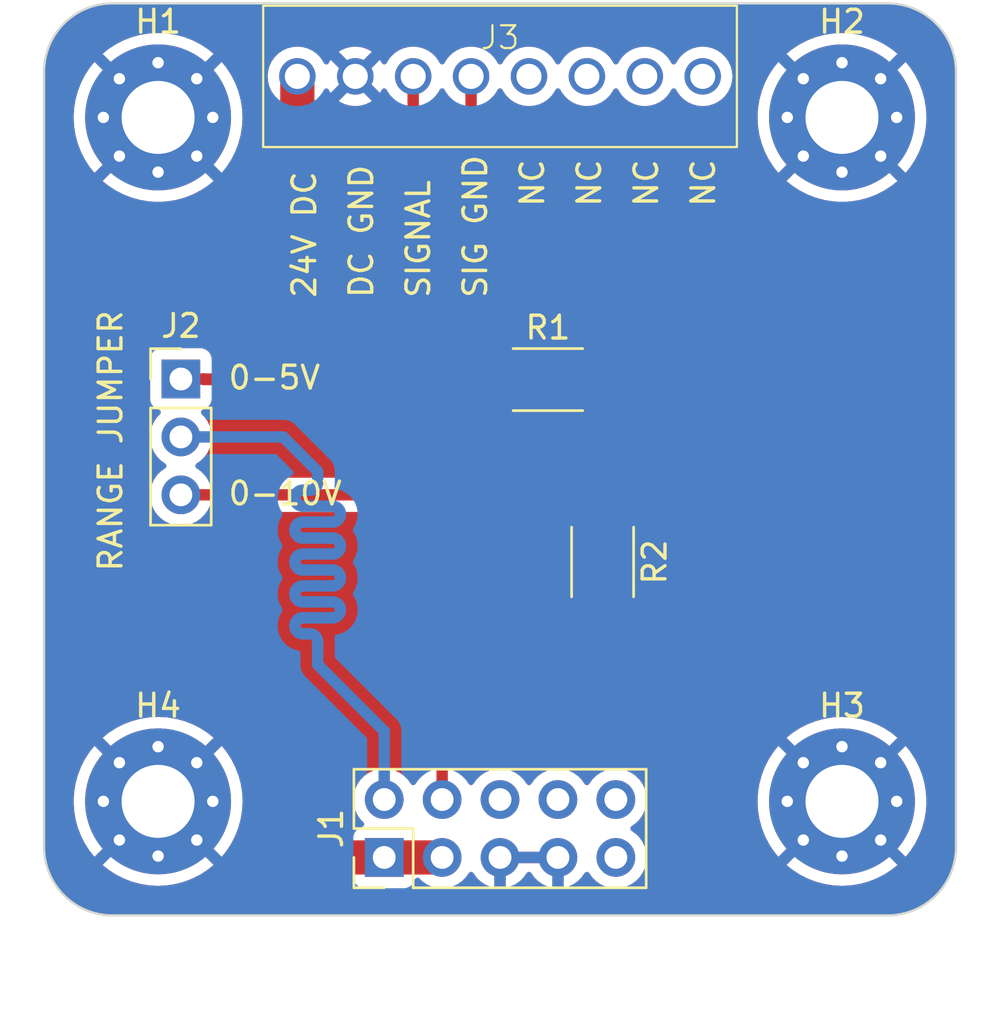
<source format=kicad_pcb>
(kicad_pcb (version 20221018) (generator pcbnew)
  (layers (0 "F.Cu" signal) (31 "B.Cu" signal) (34 "B.Paste" user) (35 "F.Paste" user) (36 "B.SilkS" user "B.Silkscreen") (37 "F.SilkS" user "F.Silkscreen") (38 "B.Mask" user) (39 "F.Mask" user) (44 "Edge.Cuts" user))
  (net 0 "")
  (net 1 "24VDC_GND")
  (net 2 "24VDC_HOT")
  (net 3 "arduinoGND")
  (net 4 "arduinoSignal")
  (net 9 "gaugeSignal_raw")
  (net 10 "gaugeSignal_divided")
  (footprint "MountingHole:MountingHole_3.2mm_M3_Pad_Via" (layer "F.Cu") (at 35 35)
    (fp_text reference "H3" (at 0 -4.2) (layer "F.SilkS"))
    (fp_text value "MountingHole_Pad")
    (pad "1" thru_hole circle (at -2.4 0) (size 0.8 0.8) (drill 0.5) (layers "*.Cu" "*.Mask") (net 1 "24VDC_GND"))
    (pad "1" thru_hole circle (at -1.697056 -1.697056) (size 0.8 0.8) (drill 0.5) (layers "*.Cu" "*.Mask") (net 1 "24VDC_GND"))
    (pad "1" thru_hole circle (at -1.697056 1.697056) (size 0.8 0.8) (drill 0.5) (layers "*.Cu" "*.Mask") (net 1 "24VDC_GND"))
    (pad "1" thru_hole circle (at 0 -2.4) (size 0.8 0.8) (drill 0.5) (layers "*.Cu" "*.Mask") (net 1 "24VDC_GND"))
    (pad "1" thru_hole circle (at 0 0) (size 6.4 6.4) (drill 3.2) (layers "*.Cu" "*.Mask") (net 1 "24VDC_GND"))
    (pad "1" thru_hole circle (at 0 2.4) (size 0.8 0.8) (drill 0.5) (layers "*.Cu" "*.Mask") (net 1 "24VDC_GND"))
    (pad "1" thru_hole circle (at 1.697056 -1.697056) (size 0.8 0.8) (drill 0.5) (layers "*.Cu" "*.Mask") (net 1 "24VDC_GND"))
    (pad "1" thru_hole circle (at 1.697056 1.697056) (size 0.8 0.8) (drill 0.5) (layers "*.Cu" "*.Mask") (net 1 "24VDC_GND"))
    (pad "1" thru_hole circle (at 2.4 0) (size 0.8 0.8) (drill 0.5) (layers "*.Cu" "*.Mask") (net 1 "24VDC_GND"))
  )
  (footprint "MountingHole:MountingHole_3.2mm_M3_Pad_Via" (layer "F.Cu") (at 5 35)
    (fp_text reference "H4" (at 0 -4.2) (layer "F.SilkS"))
    (fp_text value "MountingHole_Pad")
    (pad "1" thru_hole circle (at -2.4 0) (size 0.8 0.8) (drill 0.5) (layers "*.Cu" "*.Mask") (net 1 "24VDC_GND"))
    (pad "1" thru_hole circle (at -1.697056 -1.697056) (size 0.8 0.8) (drill 0.5) (layers "*.Cu" "*.Mask") (net 1 "24VDC_GND"))
    (pad "1" thru_hole circle (at -1.697056 1.697056) (size 0.8 0.8) (drill 0.5) (layers "*.Cu" "*.Mask") (net 1 "24VDC_GND"))
    (pad "1" thru_hole circle (at 0 -2.4) (size 0.8 0.8) (drill 0.5) (layers "*.Cu" "*.Mask") (net 1 "24VDC_GND"))
    (pad "1" thru_hole circle (at 0 0) (size 6.4 6.4) (drill 3.2) (layers "*.Cu" "*.Mask") (net 1 "24VDC_GND"))
    (pad "1" thru_hole circle (at 0 2.4) (size 0.8 0.8) (drill 0.5) (layers "*.Cu" "*.Mask") (net 1 "24VDC_GND"))
    (pad "1" thru_hole circle (at 1.697056 -1.697056) (size 0.8 0.8) (drill 0.5) (layers "*.Cu" "*.Mask") (net 1 "24VDC_GND"))
    (pad "1" thru_hole circle (at 1.697056 1.697056) (size 0.8 0.8) (drill 0.5) (layers "*.Cu" "*.Mask") (net 1 "24VDC_GND"))
    (pad "1" thru_hole circle (at 2.4 0) (size 0.8 0.8) (drill 0.5) (layers "*.Cu" "*.Mask") (net 1 "24VDC_GND"))
  )
  (footprint "MountingHole:MountingHole_3.2mm_M3_Pad_Via" (layer "F.Cu") (at 5 5)
    (fp_text reference "H1" (at 0 -4.2) (layer "F.SilkS"))
    (fp_text value "MountingHole_Pad")
    (pad "1" thru_hole circle (at -2.4 0) (size 0.8 0.8) (drill 0.5) (layers "*.Cu" "*.Mask") (net 1 "24VDC_GND"))
    (pad "1" thru_hole circle (at -1.697056 -1.697056) (size 0.8 0.8) (drill 0.5) (layers "*.Cu" "*.Mask") (net 1 "24VDC_GND"))
    (pad "1" thru_hole circle (at -1.697056 1.697056) (size 0.8 0.8) (drill 0.5) (layers "*.Cu" "*.Mask") (net 1 "24VDC_GND"))
    (pad "1" thru_hole circle (at 0 -2.4) (size 0.8 0.8) (drill 0.5) (layers "*.Cu" "*.Mask") (net 1 "24VDC_GND"))
    (pad "1" thru_hole circle (at 0 0) (size 6.4 6.4) (drill 3.2) (layers "*.Cu" "*.Mask") (net 1 "24VDC_GND"))
    (pad "1" thru_hole circle (at 0 2.4) (size 0.8 0.8) (drill 0.5) (layers "*.Cu" "*.Mask") (net 1 "24VDC_GND"))
    (pad "1" thru_hole circle (at 1.697056 -1.697056) (size 0.8 0.8) (drill 0.5) (layers "*.Cu" "*.Mask") (net 1 "24VDC_GND"))
    (pad "1" thru_hole circle (at 1.697056 1.697056) (size 0.8 0.8) (drill 0.5) (layers "*.Cu" "*.Mask") (net 1 "24VDC_GND"))
    (pad "1" thru_hole circle (at 2.4 0) (size 0.8 0.8) (drill 0.5) (layers "*.Cu" "*.Mask") (net 1 "24VDC_GND"))
  )
  (footprint "Connector_PinHeader_2.54mm:PinHeader_1x03_P2.54mm_Vertical" (layer "F.Cu") (at 6 16.475)
    (fp_text reference "J2" (at 0 -2.33) (layer "F.SilkS"))
    (fp_text value "Conn_01x03")
    (fp_line (start -1.33 -1.33) (end 0 -1.33) (stroke (width 0.12)) (layer "F.SilkS"))
    (fp_line (start -1.33 0) (end -1.33 -1.33) (stroke (width 0.12)) (layer "F.SilkS"))
    (fp_line (start -1.33 1.27) (end -1.33 6.41) (stroke (width 0.12)) (layer "F.SilkS"))
    (fp_line (start -1.33 1.27) (end 1.33 1.27) (stroke (width 0.12)) (layer "F.SilkS"))
    (fp_line (start -1.33 6.41) (end 1.33 6.41) (stroke (width 0.12)) (layer "F.SilkS"))
    (fp_line (start 1.33 1.27) (end 1.33 6.41) (stroke (width 0.12)) (layer "F.SilkS"))
    (pad "1" thru_hole rect (at 0 0) (size 1.7 1.7) (drill 1) (layers "*.Cu" "*.Mask") (net 9 "gaugeSignal_raw"))
    (pad "2" thru_hole oval (at 0 2.54) (size 1.7 1.7) (drill 1) (layers "*.Cu" "*.Mask") (net 4 "arduinoSignal"))
    (pad "3" thru_hole oval (at 0 5.08) (size 1.7 1.7) (drill 1) (layers "*.Cu" "*.Mask") (net 10 "gaugeSignal_divided"))
  )
  (footprint "customFootprints:phoenixContact_MPT_05_254-8way" (layer "F.Cu") (at 9.61 0.1)
    (fp_text reference "J3" (at 10.39 1.4 unlocked) (layer "F.SilkS") (effects (font (thickness 0.1))))
    (fp_text value "Conn_01x08")
    (fp_rect (start 0 0) (end 20.78 6.2) (stroke (width 0.1)) (fill none) (layer "F.SilkS"))
    (pad "1" thru_hole circle (at 1.5 3.1) (size 1.6 1.6) (drill 1.1) (layers "*.Cu" "*.Mask") (net 2 "24VDC_HOT"))
    (pad "2" thru_hole circle (at 4.04 3.1) (size 1.6 1.6) (drill 1.1) (layers "*.Cu" "*.Mask") (net 1 "24VDC_GND"))
    (pad "3" thru_hole circle (at 6.58 3.1) (size 1.6 1.6) (drill 1.1) (layers "*.Cu" "*.Mask") (net 9 "gaugeSignal_raw"))
    (pad "4" thru_hole circle (at 9.12 3.1) (size 1.6 1.6) (drill 1.1) (layers "*.Cu" "*.Mask") (net 3 "arduinoGND"))
    (pad "5" thru_hole circle (at 11.66 3.1) (size 1.6 1.6) (drill 1.1) (layers "*.Cu" "*.Mask"))
    (pad "6" thru_hole circle (at 14.2 3.1) (size 1.6 1.6) (drill 1.1) (layers "*.Cu" "*.Mask"))
    (pad "7" thru_hole circle (at 16.74 3.1) (size 1.6 1.6) (drill 1.1) (layers "*.Cu" "*.Mask"))
    (pad "8" thru_hole circle (at 19.28 3.1) (size 1.6 1.6) (drill 1.1) (layers "*.Cu" "*.Mask"))
  )
  (footprint "MountingHole:MountingHole_3.2mm_M3_Pad_Via" (layer "F.Cu") (at 35 5)
    (fp_text reference "H2" (at 0 -4.2) (layer "F.SilkS"))
    (fp_text value "MountingHole_Pad")
    (pad "1" thru_hole circle (at -2.4 0) (size 0.8 0.8) (drill 0.5) (layers "*.Cu" "*.Mask") (net 1 "24VDC_GND"))
    (pad "1" thru_hole circle (at -1.697056 -1.697056) (size 0.8 0.8) (drill 0.5) (layers "*.Cu" "*.Mask") (net 1 "24VDC_GND"))
    (pad "1" thru_hole circle (at -1.697056 1.697056) (size 0.8 0.8) (drill 0.5) (layers "*.Cu" "*.Mask") (net 1 "24VDC_GND"))
    (pad "1" thru_hole circle (at 0 -2.4) (size 0.8 0.8) (drill 0.5) (layers "*.Cu" "*.Mask") (net 1 "24VDC_GND"))
    (pad "1" thru_hole circle (at 0 0) (size 6.4 6.4) (drill 3.2) (layers "*.Cu" "*.Mask") (net 1 "24VDC_GND"))
    (pad "1" thru_hole circle (at 0 2.4) (size 0.8 0.8) (drill 0.5) (layers "*.Cu" "*.Mask") (net 1 "24VDC_GND"))
    (pad "1" thru_hole circle (at 1.697056 -1.697056) (size 0.8 0.8) (drill 0.5) (layers "*.Cu" "*.Mask") (net 1 "24VDC_GND"))
    (pad "1" thru_hole circle (at 1.697056 1.697056) (size 0.8 0.8) (drill 0.5) (layers "*.Cu" "*.Mask") (net 1 "24VDC_GND"))
    (pad "1" thru_hole circle (at 2.4 0) (size 0.8 0.8) (drill 0.5) (layers "*.Cu" "*.Mask") (net 1 "24VDC_GND"))
  )
  (footprint "Connector_PinHeader_2.54mm:PinHeader_2x05_P2.54mm_Vertical" (layer "F.Cu") (at 14.92 37.46 90)
    (fp_text reference "J1" (at 1.27 -2.33 90) (layer "F.SilkS"))
    (fp_text value "Conn_02x05_Odd_Even")
    (fp_line (start -1.33 -1.33) (end 0 -1.33) (stroke (width 0.12)) (layer "F.SilkS"))
    (fp_line (start -1.33 0) (end -1.33 -1.33) (stroke (width 0.12)) (layer "F.SilkS"))
    (fp_line (start -1.33 1.27) (end -1.33 11.49) (stroke (width 0.12)) (layer "F.SilkS"))
    (fp_line (start -1.33 1.27) (end 1.27 1.27) (stroke (width 0.12)) (layer "F.SilkS"))
    (fp_line (start -1.33 11.49) (end 3.87 11.49) (stroke (width 0.12)) (layer "F.SilkS"))
    (fp_line (start 1.27 -1.33) (end 3.87 -1.33) (stroke (width 0.12)) (layer "F.SilkS"))
    (fp_line (start 1.27 1.27) (end 1.27 -1.33) (stroke (width 0.12)) (layer "F.SilkS"))
    (fp_line (start 3.87 -1.33) (end 3.87 11.49) (stroke (width 0.12)) (layer "F.SilkS"))
    (pad "1" thru_hole rect (at 0 0 90) (size 1.7 1.7) (drill 1) (layers "*.Cu" "*.Mask") (net 2 "24VDC_HOT"))
    (pad "2" thru_hole oval (at 2.54 0 90) (size 1.7 1.7) (drill 1) (layers "*.Cu" "*.Mask") (net 4 "arduinoSignal"))
    (pad "3" thru_hole oval (at 0 2.54 90) (size 1.7 1.7) (drill 1) (layers "*.Cu" "*.Mask") (net 2 "24VDC_HOT"))
    (pad "4" thru_hole oval (at 2.54 2.54 90) (size 1.7 1.7) (drill 1) (layers "*.Cu" "*.Mask") (net 3 "arduinoGND"))
    (pad "5" thru_hole oval (at 0 5.08 90) (size 1.7 1.7) (drill 1) (layers "*.Cu" "*.Mask") (net 1 "24VDC_GND"))
    (pad "6" thru_hole oval (at 2.54 5.08 90) (size 1.7 1.7) (drill 1) (layers "*.Cu" "*.Mask"))
    (pad "7" thru_hole oval (at 0 7.62 90) (size 1.7 1.7) (drill 1) (layers "*.Cu" "*.Mask") (net 1 "24VDC_GND"))
    (pad "8" thru_hole oval (at 2.54 7.62 90) (size 1.7 1.7) (drill 1) (layers "*.Cu" "*.Mask"))
    (pad "9" thru_hole oval (at 0 10.16 90) (size 1.7 1.7) (drill 1) (layers "*.Cu" "*.Mask"))
    (pad "10" thru_hole oval (at 2.54 10.16 90) (size 1.7 1.7) (drill 1) (layers "*.Cu" "*.Mask"))
  )
  (footprint "Resistor_SMD:R_2010_5025Metric_Pad1.40x2.65mm_HandSolder" (layer "F.Cu") (at 24.5 24.5 -90)
    (fp_text reference "R2" (at 0 -2.28 90) (layer "F.SilkS"))
    (fp_text value "R")
    (fp_line (start -1.527064 -1.36) (end 1.527064 -1.36) (stroke (width 0.12)) (layer "F.SilkS"))
    (fp_line (start -1.527064 1.36) (end 1.527064 1.36) (stroke (width 0.12)) (layer "F.SilkS"))
    (pad "1" smd roundrect (at -2.4 0 270) (size 1.4 2.65) (layers "F.Cu" "F.Paste" "F.Mask") (roundrect_rratio 0.1785707143) (net 10 "gaugeSignal_divided"))
    (pad "2" smd roundrect (at 2.4 0 270) (size 1.4 2.65) (layers "F.Cu" "F.Paste" "F.Mask") (roundrect_rratio 0.1785707143) (net 3 "arduinoGND"))
  )
  (footprint "Resistor_SMD:R_2010_5025Metric_Pad1.40x2.65mm_HandSolder" (layer "F.Cu") (at 22.1 16.5)
    (fp_text reference "R1" (at 0 -2.28) (layer "F.SilkS"))
    (fp_text value "R")
    (fp_line (start -1.527064 -1.36) (end 1.527064 -1.36) (stroke (width 0.12)) (layer "F.SilkS"))
    (fp_line (start -1.527064 1.36) (end 1.527064 1.36) (stroke (width 0.12)) (layer "F.SilkS"))
    (pad "1" smd roundrect (at -2.4 0) (size 1.4 2.65) (layers "F.Cu" "F.Paste" "F.Mask") (roundrect_rratio 0.1785707143) (net 9 "gaugeSignal_raw"))
    (pad "2" smd roundrect (at 2.4 0) (size 1.4 2.65) (layers "F.Cu" "F.Paste" "F.Mask") (roundrect_rratio 0.1785707143) (net 10 "gaugeSignal_divided"))
  )
  (gr_line (start 37 40) (end 3 40) (stroke (width 0.1)) (layer "Edge.Cuts"))
  (gr_arc (start 37 0) (mid 39.12132 0.87868) (end 40 3) (stroke (width 0.1)) (layer "Edge.Cuts"))
  (gr_line (start 3 0) (end 37 0) (stroke (width 0.1)) (layer "Edge.Cuts"))
  (gr_arc (start 0 3) (mid 0.87868 0.87868) (end 3 0) (stroke (width 0.1)) (layer "Edge.Cuts"))
  (gr_line (start 0 37) (end 0 3) (stroke (width 0.1)) (layer "Edge.Cuts"))
  (gr_arc (start 3 40) (mid 0.87868 39.12132) (end 0 37) (stroke (width 0.1)) (layer "Edge.Cuts"))
  (gr_arc (start 40 37) (mid 39.12132 39.12132) (end 37 40) (stroke (width 0.1)) (layer "Edge.Cuts"))
  (gr_line (start 40 3) (end 40 37) (stroke (width 0.1)) (layer "Edge.Cuts"))
  (gr_text "DC GND" (at 14.5 13 90) (layer "F.SilkS") (effects (font (size 1 1)) (justify left bottom)))
  (gr_text "SIG GND" (at 19.5 13 90) (layer "F.SilkS") (effects (font (size 1 1)) (justify left bottom)))
  (gr_text "NC" (at 24.5 9 90) (layer "F.SilkS") (effects (font (size 1 1)) (justify left bottom)))
  (gr_text "SIGNAL" (at 17 13 90) (layer "F.SilkS") (effects (font (size 1 1)) (justify left bottom)))
  (gr_text "NC" (at 29.5 9 90) (layer "F.SilkS") (effects (font (size 1 1)) (justify left bottom)))
  (gr_text "24V DC" (at 12 13 90) (layer "F.SilkS") (effects (font (size 1 1)) (justify left bottom)))
  (gr_text "0-10V" (at 8 22.08) (layer "F.SilkS") (effects (font (size 1 1)) (justify left bottom)))
  (gr_text "0-5V" (at 8 17) (layer "F.SilkS") (effects (font (size 1 1)) (justify left bottom)))
  (gr_text "NC" (at 27 9 90) (layer "F.SilkS") (effects (font (size 1 1)) (justify left bottom)))
  (gr_text "NC" (at 22 9 90) (layer "F.SilkS") (effects (font (size 1 1)) (justify left bottom)))
  (gr_text "RANGE JUMPER" (at 3.5 25 90) (layer "F.SilkS") (effects (font (size 1 1)) (justify left bottom)))
  (segment (start 14.92 37.46) (end 17.46 37.46) (width 1.5) (layer "F.Cu") (net 2))
  (segment (start 5.5 11.5) (end 8 11.5) (width 1.5) (layer "F.Cu") (net 2))
  (segment (start 2.5 14.5) (end 5.5 11.5) (width 1.5) (layer "F.Cu") (net 2))
  (segment (start 8 11.5) (end 11.11 8.39) (width 1.5) (layer "F.Cu") (net 2))
  (segment (start 14.92 37.46) (end 12.96 37.46) (width 1.5) (layer "F.Cu") (net 2))
  (segment (start 10 31.5) (end 2.5 24) (width 1.5) (layer "F.Cu") (net 2))
  (segment (start 10 34.5) (end 10 31.5) (width 1.5) (layer "F.Cu") (net 2))
  (segment (start 2.5 24) (end 2.5 14.5) (width 1.5) (layer "F.Cu") (net 2))
  (segment (start 12.96 37.46) (end 10 34.5) (width 1.5) (layer "F.Cu") (net 2))
  (segment (start 11.11 8.39) (end 11.11 3.2) (width 1.5) (layer "F.Cu") (net 2))
  (segment (start 20.5 13) (end 27 13) (width 0.5) (layer "F.Cu") (net 3))
  (segment (start 24 32) (end 18.5 32) (width 0.5) (layer "F.Cu") (net 3))
  (segment (start 24.25 31.75) (end 24 32) (width 0.5) (layer "F.Cu") (net 3))
  (segment (start 29 27) (end 24.25 31.75) (width 0.5) (layer "F.Cu") (net 3))
  (segment (start 18.73 11.23) (end 20.5 13) (width 0.5) (layer "F.Cu") (net 3))
  (segment (start 29 15) (end 29 27) (width 0.5) (layer "F.Cu") (net 3))
  (segment (start 27 13) (end 29 15) (width 0.5) (layer "F.Cu") (net 3))
  (segment (start 24.5 31.5) (end 24.25 31.75) (width 0.5) (layer "F.Cu") (net 3))
  (segment (start 18.73 3.2) (end 18.73 11.23) (width 0.5) (layer "F.Cu") (net 3))
  (segment (start 18.5 32) (end 17.46 33.04) (width 0.5) (layer "F.Cu") (net 3))
  (segment (start 17.46 33.04) (end 17.46 34.92) (width 0.5) (layer "F.Cu") (net 3))
  (segment (start 24.5 26.9) (end 24.5 31.5) (width 0.5) (layer "F.Cu") (net 3))
  (segment (start 12.65 22.75) (end 12 22.75) (width 0.5) (layer "B.Cu") (net 4))
  (segment (start 14.92 31.92) (end 14.92 34.92) (width 0.5) (layer "B.Cu") (net 4))
  (segment (start 12 22.75) (end 11.35 22.75) (width 0.5) (layer "B.Cu") (net 4))
  (segment (start 6 19.015) (end 10.485 19.015) (width 0.5) (layer "B.Cu") (net 4))
  (segment (start 12 25.55) (end 11.35 25.55) (width 0.5) (layer "B.Cu") (net 4))
  (segment (start 12 28) (end 12 29) (width 0.5) (layer "B.Cu") (net 4))
  (segment (start 11.35 23.45) (end 12 23.45) (width 0.5) (layer "B.Cu") (net 4))
  (segment (start 11.65 22.05) (end 12.65 22.05) (width 0.5) (layer "B.Cu") (net 4))
  (segment (start 12 24.85) (end 12.65 24.85) (width 0.5) (layer "B.Cu") (net 4))
  (segment (start 11.35 24.85) (end 12 24.85) (width 0.5) (layer "B.Cu") (net 4))
  (segment (start 12 26.95) (end 11.35 26.95) (width 0.5) (layer "B.Cu") (net 4))
  (segment (start 12.65 25.55) (end 12 25.55) (width 0.5) (layer "B.Cu") (net 4))
  (segment (start 10.485 19.015) (end 12 20.53) (width 0.5) (layer "B.Cu") (net 4))
  (segment (start 11.35 26.25) (end 12 26.25) (width 0.5) (layer "B.Cu") (net 4))
  (segment (start 12 23.45) (end 12.65 23.45) (width 0.5) (layer "B.Cu") (net 4))
  (segment (start 12 20.53) (end 12 21) (width 0.5) (layer "B.Cu") (net 4))
  (segment (start 11.65 21.35) (end 11.35 21.35) (width 0.5) (layer "B.Cu") (net 4))
  (segment (start 12.65 24.15) (end 12 24.15) (width 0.5) (layer "B.Cu") (net 4))
  (segment (start 12 24.15) (end 11.35 24.15) (width 0.5) (layer "B.Cu") (net 4))
  (segment (start 12 26.25) (end 12.65 26.25) (width 0.5) (layer "B.Cu") (net 4))
  (segment (start 12.65 26.95) (end 12 26.95) (width 0.5) (layer "B.Cu") (net 4))
  (segment (start 11.35 22.05) (end 11.65 22.05) (width 0.5) (layer "B.Cu") (net 4))
  (segment (start 12 29) (end 14.92 31.92) (width 0.5) (layer "B.Cu") (net 4))
  (segment (start 11.35 27.65) (end 11.65 27.65) (width 0.5) (layer "B.Cu") (net 4))
  (arc (start 12.65 26.25) (mid 12.897487 26.352513) (end 13 26.6) (width 0.5) (layer "B.Cu") (net 4))
  (arc (start 11 21.7) (mid 11.102513 21.947487) (end 11.35 22.05) (width 0.5) (layer "B.Cu") (net 4))
  (arc (start 11 23.1) (mid 11.102513 23.347487) (end 11.35 23.45) (width 0.5) (layer "B.Cu") (net 4))
  (arc (start 12 21) (mid 11.897487 21.247487) (end 11.65 21.35) (width 0.5) (layer "B.Cu") (net 4))
  (arc (start 13 26.6) (mid 12.897487 26.847487) (end 12.65 26.95) (width 0.5) (layer "B.Cu") (net 4))
  (arc (start 11.35 24.15) (mid 11.102513 24.252513) (end 11 24.5) (width 0.5) (layer "B.Cu") (net 4))
  (arc (start 11 25.9) (mid 11.102513 26.147487) (end 11.35 26.25) (width 0.5) (layer "B.Cu") (net 4))
  (arc (start 11.35 21.35) (mid 11.102513 21.452513) (end 11 21.7) (width 0.5) (layer "B.Cu") (net 4))
  (arc (start 13 22.4) (mid 12.897487 22.647487) (end 12.65 22.75) (width 0.5) (layer "B.Cu") (net 4))
  (arc (start 12.65 24.85) (mid 12.897487 24.952513) (end 13 25.2) (width 0.5) (layer "B.Cu") (net 4))
  (arc (start 11.35 26.95) (mid 11.102513 27.052513) (end 11 27.3) (width 0.5) (layer "B.Cu") (net 4))
  (arc (start 11 24.5) (mid 11.102513 24.747487) (end 11.35 24.85) (width 0.5) (layer "B.Cu") (net 4))
  (arc (start 12.65 22.05) (mid 12.897487 22.152513) (end 13 22.4) (width 0.5) (layer "B.Cu") (net 4))
  (arc (start 13 25.2) (mid 12.897487 25.447487) (end 12.65 25.55) (width 0.5) (layer "B.Cu") (net 4))
  (arc (start 13 23.8) (mid 12.897487 24.047487) (end 12.65 24.15) (width 0.5) (layer "B.Cu") (net 4))
  (arc (start 11.35 25.55) (mid 11.102513 25.652513) (end 11 25.9) (width 0.5) (layer "B.Cu") (net 4))
  (arc (start 11.65 27.65) (mid 11.897487 27.752513) (end 12 28) (width 0.5) (layer "B.Cu") (net 4))
  (arc (start 12.65 23.45) (mid 12.897487 23.552513) (end 13 23.8) (width 0.5) (layer "B.Cu") (net 4))
  (arc (start 11 27.3) (mid 11.102513 27.547487) (end 11.35 27.65) (width 0.5) (layer "B.Cu") (net 4))
  (arc (start 11.35 22.75) (mid 11.102513 22.852513) (end 11 23.1) (width 0.5) (layer "B.Cu") (net 4))
  (segment (start 9.525 16.475) (end 16.19 9.81) (width 0.5) (layer "F.Cu") (net 9))
  (segment (start 16.19 9.81) (end 16.19 3.2) (width 0.5) (layer "F.Cu") (net 9))
  (segment (start 7.025 16.5) (end 7 16.475) (width 0.5) (layer "F.Cu") (net 9))
  (segment (start 9 16.475) (end 9.525 16.475) (width 0.5) (layer "F.Cu") (net 9))
  (segment (start 7 16.475) (end 9 16.475) (width 0.5) (layer "F.Cu") (net 9))
  (segment (start 6 16.475) (end 7 16.475) (width 0.5) (layer "F.Cu") (net 9))
  (segment (start 19.7 16.5) (end 7.025 16.5) (width 0.5) (layer "F.Cu") (net 9))
  (segment (start 24.5 16.5) (end 24.5 22.1) (width 0.5) (layer "F.Cu") (net 10))
  (segment (start 16.1 22.1) (end 15.555 21.555) (width 0.5) (layer "F.Cu") (net 10))
  (segment (start 24.5 22.1) (end 16.1 22.1) (width 0.5) (layer "F.Cu") (net 10))
  (segment (start 15.555 21.555) (end 6 21.555) (width 0.5) (layer "F.Cu") (net 10))
  (zone (net 1) (net_name "24VDC_GND") (layers "F&B.Cu") (connect_pads (clearance 0.5)) (min_thickness 0.25) (fill yes (thermal_gap 0.5) (thermal_bridge_width 0.5))
    (polygon (pts (xy 0 0) (xy 40 0) (xy 40 40) (xy 0 40)))
  )
)
</source>
